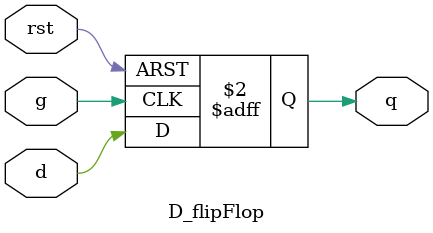
<source format=v>
module D_flipFlop(
    
  input d, 
  input g, 
  input rst,
  output reg q
);
    
  always @(posedge g, posedge rst)
    if (rst) 
        q <= 1'b0;
    else
        q <= d;
    
endmodule
</source>
